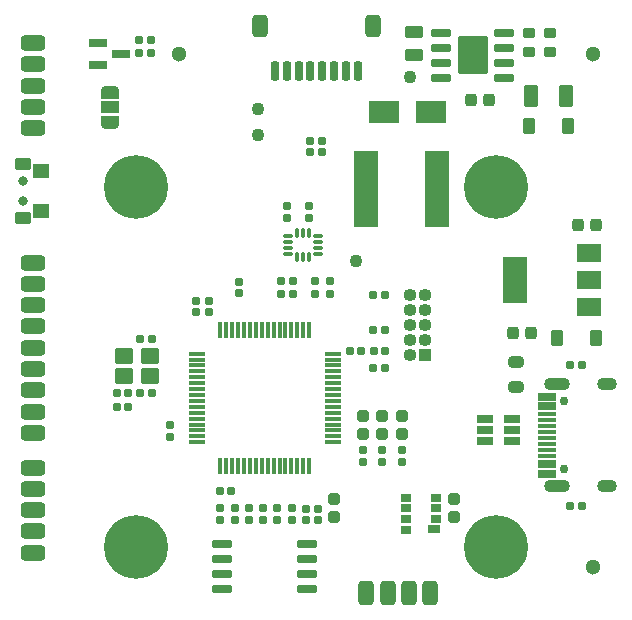
<source format=gbr>
%TF.GenerationSoftware,KiCad,Pcbnew,(6.0.10-0)*%
%TF.CreationDate,2023-01-05T11:48:26+01:00*%
%TF.ProjectId,JFP_board_v2,4a46505f-626f-4617-9264-5f76322e6b69,rev?*%
%TF.SameCoordinates,Original*%
%TF.FileFunction,Soldermask,Top*%
%TF.FilePolarity,Negative*%
%FSLAX46Y46*%
G04 Gerber Fmt 4.6, Leading zero omitted, Abs format (unit mm)*
G04 Created by KiCad (PCBNEW (6.0.10-0)) date 2023-01-05 11:48:26*
%MOMM*%
%LPD*%
G01*
G04 APERTURE LIST*
G04 Aperture macros list*
%AMRoundRect*
0 Rectangle with rounded corners*
0 $1 Rounding radius*
0 $2 $3 $4 $5 $6 $7 $8 $9 X,Y pos of 4 corners*
0 Add a 4 corners polygon primitive as box body*
4,1,4,$2,$3,$4,$5,$6,$7,$8,$9,$2,$3,0*
0 Add four circle primitives for the rounded corners*
1,1,$1+$1,$2,$3*
1,1,$1+$1,$4,$5*
1,1,$1+$1,$6,$7*
1,1,$1+$1,$8,$9*
0 Add four rect primitives between the rounded corners*
20,1,$1+$1,$2,$3,$4,$5,0*
20,1,$1+$1,$4,$5,$6,$7,0*
20,1,$1+$1,$6,$7,$8,$9,0*
20,1,$1+$1,$8,$9,$2,$3,0*%
%AMFreePoly0*
4,1,37,0.585355,0.785355,0.600000,0.750000,0.600000,-0.750000,0.585355,-0.785355,0.550000,-0.800000,0.000000,-0.800000,-0.012524,-0.794812,-0.080857,-0.793560,-0.094851,-0.791293,-0.230166,-0.749018,-0.242962,-0.742915,-0.360972,-0.664360,-0.371540,-0.654911,-0.462760,-0.546392,-0.470252,-0.534356,-0.527347,-0.404597,-0.531159,-0.390943,-0.548742,-0.256483,-0.547388,-0.256306,-0.550000,-0.250000,
-0.550000,0.250000,-0.549522,0.251153,-0.549368,0.263802,-0.527557,0.403879,-0.523412,0.417435,-0.463164,0.545760,-0.455381,0.557609,-0.361537,0.663867,-0.350741,0.673055,-0.230846,0.748703,-0.217905,0.754492,-0.081598,0.793449,-0.067552,0.795373,-0.011991,0.795033,0.000000,0.800000,0.550000,0.800000,0.585355,0.785355,0.585355,0.785355,$1*%
%AMFreePoly1*
4,1,37,0.012350,0.794884,0.074210,0.794507,0.088231,0.792412,0.224052,0.751793,0.236921,0.745846,0.355883,0.668739,0.366566,0.659420,0.459104,0.552023,0.466742,0.540080,0.525419,0.411028,0.529398,0.397421,0.549495,0.257088,0.550000,0.250000,0.550000,-0.250000,0.549996,-0.250610,0.549847,-0.262826,0.549158,-0.270511,0.525638,-0.410312,0.521328,-0.423818,0.459516,-0.551397,
0.451589,-0.563150,0.356454,-0.668254,0.345546,-0.677309,0.224736,-0.751486,0.211726,-0.757116,0.074953,-0.794405,0.060885,-0.796158,0.011462,-0.795252,0.000000,-0.800000,-0.550000,-0.800000,-0.585355,-0.785355,-0.600000,-0.750000,-0.600000,0.750000,-0.585355,0.785355,-0.550000,0.800000,0.000000,0.800000,0.012350,0.794884,0.012350,0.794884,$1*%
G04 Aperture macros list end*
%ADD10RoundRect,0.200000X0.150000X0.625000X-0.150000X0.625000X-0.150000X-0.625000X0.150000X-0.625000X0*%
%ADD11RoundRect,0.300000X0.350000X0.650000X-0.350000X0.650000X-0.350000X-0.650000X0.350000X-0.650000X0*%
%ADD12C,1.100000*%
%ADD13RoundRect,0.190000X0.170000X-0.140000X0.170000X0.140000X-0.170000X0.140000X-0.170000X-0.140000X0*%
%ADD14RoundRect,0.050000X0.450000X0.600000X-0.450000X0.600000X-0.450000X-0.600000X0.450000X-0.600000X0*%
%ADD15RoundRect,0.350000X0.700000X0.300000X-0.700000X0.300000X-0.700000X-0.300000X0.700000X-0.300000X0*%
%ADD16RoundRect,0.185000X0.135000X0.185000X-0.135000X0.185000X-0.135000X-0.185000X0.135000X-0.185000X0*%
%ADD17RoundRect,0.268750X0.256250X-0.218750X0.256250X0.218750X-0.256250X0.218750X-0.256250X-0.218750X0*%
%ADD18RoundRect,0.190000X-0.170000X0.140000X-0.170000X-0.140000X0.170000X-0.140000X0.170000X0.140000X0*%
%ADD19C,1.300000*%
%ADD20RoundRect,0.185000X0.185000X-0.135000X0.185000X0.135000X-0.185000X0.135000X-0.185000X-0.135000X0*%
%ADD21RoundRect,0.250000X-0.275000X0.200000X-0.275000X-0.200000X0.275000X-0.200000X0.275000X0.200000X0*%
%ADD22RoundRect,0.275000X-0.225000X-0.250000X0.225000X-0.250000X0.225000X0.250000X-0.225000X0.250000X0*%
%ADD23RoundRect,0.190000X-0.140000X-0.170000X0.140000X-0.170000X0.140000X0.170000X-0.140000X0.170000X0*%
%ADD24RoundRect,0.300000X-0.325000X-0.650000X0.325000X-0.650000X0.325000X0.650000X-0.325000X0.650000X0*%
%ADD25RoundRect,0.185000X-0.185000X0.135000X-0.185000X-0.135000X0.185000X-0.135000X0.185000X0.135000X0*%
%ADD26RoundRect,0.275000X-0.250000X0.225000X-0.250000X-0.225000X0.250000X-0.225000X0.250000X0.225000X0*%
%ADD27RoundRect,0.050000X0.500000X0.500000X-0.500000X0.500000X-0.500000X-0.500000X0.500000X-0.500000X0*%
%ADD28O,1.100000X1.100000*%
%ADD29C,5.400000*%
%ADD30RoundRect,0.300000X0.475000X-0.250000X0.475000X0.250000X-0.475000X0.250000X-0.475000X-0.250000X0*%
%ADD31RoundRect,0.350000X-0.300000X0.700000X-0.300000X-0.700000X0.300000X-0.700000X0.300000X0.700000X0*%
%ADD32FreePoly0,270.000000*%
%ADD33RoundRect,0.050000X-0.750000X0.500000X-0.750000X-0.500000X0.750000X-0.500000X0.750000X0.500000X0*%
%ADD34FreePoly1,270.000000*%
%ADD35RoundRect,0.190000X0.140000X0.170000X-0.140000X0.170000X-0.140000X-0.170000X0.140000X-0.170000X0*%
%ADD36RoundRect,0.200000X-0.650000X-0.150000X0.650000X-0.150000X0.650000X0.150000X-0.650000X0.150000X0*%
%ADD37RoundRect,0.350000X-0.700000X-0.300000X0.700000X-0.300000X0.700000X0.300000X-0.700000X0.300000X0*%
%ADD38RoundRect,0.050000X0.337500X0.125000X-0.337500X0.125000X-0.337500X-0.125000X0.337500X-0.125000X0*%
%ADD39RoundRect,0.050000X0.125000X0.337500X-0.125000X0.337500X-0.125000X-0.337500X0.125000X-0.337500X0*%
%ADD40RoundRect,0.050000X-0.500000X-0.250000X0.500000X-0.250000X0.500000X0.250000X-0.500000X0.250000X0*%
%ADD41RoundRect,0.050000X0.400000X0.250000X-0.400000X0.250000X-0.400000X-0.250000X0.400000X-0.250000X0*%
%ADD42C,0.750000*%
%ADD43RoundRect,0.050000X0.725000X-0.300000X0.725000X0.300000X-0.725000X0.300000X-0.725000X-0.300000X0*%
%ADD44RoundRect,0.050000X0.725000X-0.150000X0.725000X0.150000X-0.725000X0.150000X-0.725000X-0.150000X0*%
%ADD45O,1.700000X1.100000*%
%ADD46O,2.200000X1.100000*%
%ADD47RoundRect,0.050000X-0.700000X-0.600000X0.700000X-0.600000X0.700000X0.600000X-0.700000X0.600000X0*%
%ADD48RoundRect,0.200000X-0.587500X-0.150000X0.587500X-0.150000X0.587500X0.150000X-0.587500X0.150000X0*%
%ADD49RoundRect,0.050000X-0.600000X0.150000X-0.600000X-0.150000X0.600000X-0.150000X0.600000X0.150000X0*%
%ADD50RoundRect,0.050000X-0.150000X0.600000X-0.150000X-0.600000X0.150000X-0.600000X0.150000X0.600000X0*%
%ADD51RoundRect,0.050000X1.250000X0.900000X-1.250000X0.900000X-1.250000X-0.900000X1.250000X-0.900000X0*%
%ADD52RoundRect,0.200000X0.650000X0.150000X-0.650000X0.150000X-0.650000X-0.150000X0.650000X-0.150000X0*%
%ADD53RoundRect,0.050000X1.205000X1.550000X-1.205000X1.550000X-1.205000X-1.550000X1.205000X-1.550000X0*%
%ADD54RoundRect,0.050000X1.000000X0.750000X-1.000000X0.750000X-1.000000X-0.750000X1.000000X-0.750000X0*%
%ADD55RoundRect,0.050000X1.000000X1.900000X-1.000000X1.900000X-1.000000X-1.900000X1.000000X-1.900000X0*%
%ADD56RoundRect,0.200000X-0.512500X-0.150000X0.512500X-0.150000X0.512500X0.150000X-0.512500X0.150000X0*%
%ADD57RoundRect,0.050000X0.600000X-0.450000X0.600000X0.450000X-0.600000X0.450000X-0.600000X-0.450000X0*%
%ADD58C,0.800000*%
%ADD59RoundRect,0.050000X0.650000X-0.575000X0.650000X0.575000X-0.650000X0.575000X-0.650000X-0.575000X0*%
%ADD60RoundRect,0.050000X-1.000000X3.150000X-1.000000X-3.150000X1.000000X-3.150000X1.000000X3.150000X0*%
%ADD61RoundRect,0.268750X0.381250X-0.218750X0.381250X0.218750X-0.381250X0.218750X-0.381250X-0.218750X0*%
%ADD62RoundRect,0.250000X0.275000X-0.200000X0.275000X0.200000X-0.275000X0.200000X-0.275000X-0.200000X0*%
%ADD63RoundRect,0.185000X-0.135000X-0.185000X0.135000X-0.185000X0.135000X0.185000X-0.135000X0.185000X0*%
G04 APERTURE END LIST*
D10*
%TO.C,J6*%
X155250000Y-55750000D03*
X154250000Y-55750000D03*
X153250000Y-55750000D03*
X152250000Y-55750000D03*
X151250000Y-55750000D03*
X150250000Y-55750000D03*
X149250000Y-55750000D03*
X148250000Y-55750000D03*
D11*
X146950000Y-51875000D03*
X156550000Y-51875000D03*
%TD*%
D12*
%TO.C,TP2*%
X146800000Y-61100000D03*
%TD*%
D13*
%TO.C,C8*%
X141600000Y-76130000D03*
X141600000Y-75170000D03*
%TD*%
D14*
%TO.C,D3*%
X175450000Y-78300000D03*
X172150000Y-78300000D03*
%TD*%
D12*
%TO.C,TP3*%
X146800000Y-58900000D03*
%TD*%
D15*
%TO.C,J4*%
X127800000Y-89300000D03*
X127800000Y-91100000D03*
X127800000Y-92900000D03*
X127800000Y-94700000D03*
X127800000Y-96500000D03*
%TD*%
D16*
%TO.C,R11*%
X174260000Y-92525000D03*
X173240000Y-92525000D03*
%TD*%
D17*
%TO.C,D6*%
X155700000Y-86487500D03*
X155700000Y-84912500D03*
%TD*%
D18*
%TO.C,C14*%
X151910000Y-92770000D03*
X151910000Y-93730000D03*
%TD*%
D17*
%TO.C,D5*%
X159000000Y-86487500D03*
X159000000Y-84912500D03*
%TD*%
D13*
%TO.C,C17*%
X151100000Y-68130000D03*
X151100000Y-67170000D03*
%TD*%
D19*
%TO.C,H6*%
X175200000Y-97700000D03*
%TD*%
D13*
%TO.C,C7*%
X139350000Y-86680000D03*
X139350000Y-85720000D03*
%TD*%
D20*
%TO.C,R18*%
X146050000Y-93760000D03*
X146050000Y-92740000D03*
%TD*%
D21*
%TO.C,R2*%
X171525000Y-52475000D03*
X171525000Y-54125000D03*
%TD*%
D16*
%TO.C,R5*%
X157610000Y-74700000D03*
X156590000Y-74700000D03*
%TD*%
%TO.C,R21*%
X137760000Y-54200000D03*
X136740000Y-54200000D03*
%TD*%
D22*
%TO.C,C5*%
X168425000Y-77900000D03*
X169975000Y-77900000D03*
%TD*%
D23*
%TO.C,C15*%
X156620000Y-79450000D03*
X157580000Y-79450000D03*
%TD*%
D19*
%TO.C,H7*%
X175200000Y-54300000D03*
%TD*%
D24*
%TO.C,C3*%
X169925000Y-57800000D03*
X172875000Y-57800000D03*
%TD*%
D25*
%TO.C,R14*%
X152900000Y-73540000D03*
X152900000Y-74560000D03*
%TD*%
D20*
%TO.C,R25*%
X148450000Y-93760000D03*
X148450000Y-92740000D03*
%TD*%
D25*
%TO.C,R16*%
X148750000Y-73540000D03*
X148750000Y-74560000D03*
%TD*%
D16*
%TO.C,R3*%
X157610000Y-80850000D03*
X156590000Y-80850000D03*
%TD*%
D26*
%TO.C,C20*%
X163400000Y-91925000D03*
X163400000Y-93475000D03*
%TD*%
D25*
%TO.C,R8*%
X159000000Y-87790000D03*
X159000000Y-88810000D03*
%TD*%
D27*
%TO.C,J5*%
X161000000Y-79800000D03*
D28*
X159730000Y-79800000D03*
X161000000Y-78530000D03*
X159730000Y-78530000D03*
X161000000Y-77260000D03*
X159730000Y-77260000D03*
X161000000Y-75990000D03*
X159730000Y-75990000D03*
X161000000Y-74720000D03*
X159730000Y-74720000D03*
%TD*%
D29*
%TO.C,H1*%
X136500000Y-65500000D03*
%TD*%
D25*
%TO.C,R15*%
X149800000Y-73540000D03*
X149800000Y-74560000D03*
%TD*%
D30*
%TO.C,C1*%
X160000000Y-54350000D03*
X160000000Y-52450000D03*
%TD*%
D29*
%TO.C,H3*%
X136500000Y-96000000D03*
%TD*%
D13*
%TO.C,R10*%
X145200000Y-74530000D03*
X145200000Y-73570000D03*
%TD*%
D31*
%TO.C,J3*%
X156000000Y-99900000D03*
X157800000Y-99900000D03*
X159600000Y-99900000D03*
X161400000Y-99900000D03*
%TD*%
D29*
%TO.C,H4*%
X167000000Y-96000000D03*
%TD*%
D32*
%TO.C,JP1*%
X134300000Y-57500000D03*
D33*
X134300000Y-58800000D03*
D34*
X134300000Y-60100000D03*
%TD*%
D35*
%TO.C,C10*%
X144530000Y-91250000D03*
X143570000Y-91250000D03*
%TD*%
%TO.C,C13*%
X137830000Y-78400000D03*
X136870000Y-78400000D03*
%TD*%
D17*
%TO.C,D4*%
X157350000Y-86487500D03*
X157350000Y-84912500D03*
%TD*%
D36*
%TO.C,U5*%
X143750000Y-95745000D03*
X143750000Y-97015000D03*
X143750000Y-98285000D03*
X143750000Y-99555000D03*
X150950000Y-99555000D03*
X150950000Y-98285000D03*
X150950000Y-97015000D03*
X150950000Y-95745000D03*
%TD*%
D25*
%TO.C,R13*%
X151650000Y-73540000D03*
X151650000Y-74560000D03*
%TD*%
D20*
%TO.C,R26*%
X149700000Y-93760000D03*
X149700000Y-92740000D03*
%TD*%
D19*
%TO.C,H5*%
X140100000Y-54300000D03*
%TD*%
D37*
%TO.C,J2*%
X127800000Y-60550000D03*
X127800000Y-58750000D03*
X127800000Y-56950000D03*
X127800000Y-55150000D03*
X127800000Y-53350000D03*
%TD*%
D35*
%TO.C,C12*%
X135830000Y-82950000D03*
X134870000Y-82950000D03*
%TD*%
D38*
%TO.C,U4*%
X151862500Y-71220000D03*
X151862500Y-70720000D03*
X151862500Y-70220000D03*
X151862500Y-69720000D03*
D39*
X151100000Y-69457500D03*
X150600000Y-69457500D03*
X150100000Y-69457500D03*
D38*
X149337500Y-69720000D03*
X149337500Y-70220000D03*
X149337500Y-70720000D03*
X149337500Y-71220000D03*
D39*
X150100000Y-71482500D03*
X150600000Y-71482500D03*
X151100000Y-71482500D03*
%TD*%
D40*
%TO.C,U7*%
X161750000Y-94500000D03*
D41*
X161850000Y-93650000D03*
X161850000Y-92750000D03*
X161850000Y-91850000D03*
X159350000Y-91850000D03*
X159350000Y-92750000D03*
X159350000Y-93650000D03*
X159350000Y-94550000D03*
%TD*%
D16*
%TO.C,R4*%
X157610000Y-77650000D03*
X156590000Y-77650000D03*
%TD*%
D20*
%TO.C,R17*%
X147250000Y-93760000D03*
X147250000Y-92740000D03*
%TD*%
D14*
%TO.C,D2*%
X173050000Y-60400000D03*
X169750000Y-60400000D03*
%TD*%
D22*
%TO.C,C2*%
X164825000Y-58200000D03*
X166375000Y-58200000D03*
%TD*%
D26*
%TO.C,C6*%
X153250000Y-91925000D03*
X153250000Y-93475000D03*
%TD*%
D16*
%TO.C,R12*%
X174260000Y-80625000D03*
X173240000Y-80625000D03*
%TD*%
D42*
%TO.C,J7*%
X172700000Y-89440000D03*
X172700000Y-83660000D03*
D43*
X171255000Y-89800000D03*
X171255000Y-89000000D03*
D44*
X171255000Y-87800000D03*
X171255000Y-86800000D03*
X171255000Y-86300000D03*
X171255000Y-85300000D03*
D43*
X171255000Y-84100000D03*
X171255000Y-83300000D03*
X171255000Y-83300000D03*
X171255000Y-84100000D03*
D44*
X171255000Y-84800000D03*
X171255000Y-85800000D03*
X171255000Y-87300000D03*
X171255000Y-88300000D03*
D43*
X171255000Y-89000000D03*
X171255000Y-89800000D03*
D45*
X176350000Y-82230000D03*
X176350000Y-90870000D03*
D46*
X172170000Y-90870000D03*
X172170000Y-82230000D03*
%TD*%
D25*
%TO.C,R9*%
X155700000Y-87790000D03*
X155700000Y-88810000D03*
%TD*%
D16*
%TO.C,R6*%
X137860000Y-83000000D03*
X136840000Y-83000000D03*
%TD*%
D47*
%TO.C,Y1*%
X135450000Y-81550000D03*
X137650000Y-81550000D03*
X137650000Y-79850000D03*
X135450000Y-79850000D03*
%TD*%
D13*
%TO.C,R24*%
X151200000Y-62580000D03*
X151200000Y-61620000D03*
%TD*%
D48*
%TO.C,Q1*%
X133312500Y-53350000D03*
X133312500Y-55250000D03*
X135187500Y-54300000D03*
%TD*%
D49*
%TO.C,U3*%
X141640000Y-79650000D03*
X141640000Y-80150000D03*
X141640000Y-80650000D03*
X141640000Y-81150000D03*
X141640000Y-81650000D03*
X141640000Y-82150000D03*
X141640000Y-82650000D03*
X141640000Y-83150000D03*
X141640000Y-83650000D03*
X141640000Y-84150000D03*
X141640000Y-84650000D03*
X141640000Y-85150000D03*
X141640000Y-85650000D03*
X141640000Y-86150000D03*
X141640000Y-86650000D03*
X141640000Y-87150000D03*
D50*
X143640000Y-89150000D03*
X144140000Y-89150000D03*
X144640000Y-89150000D03*
X145140000Y-89150000D03*
X145640000Y-89150000D03*
X146140000Y-89150000D03*
X146640000Y-89150000D03*
X147140000Y-89150000D03*
X147640000Y-89150000D03*
X148140000Y-89150000D03*
X148640000Y-89150000D03*
X149140000Y-89150000D03*
X149640000Y-89150000D03*
X150140000Y-89150000D03*
X150640000Y-89150000D03*
X151140000Y-89150000D03*
D49*
X153140000Y-87150000D03*
X153140000Y-86650000D03*
X153140000Y-86150000D03*
X153140000Y-85650000D03*
X153140000Y-85150000D03*
X153140000Y-84650000D03*
X153140000Y-84150000D03*
X153140000Y-83650000D03*
X153140000Y-83150000D03*
X153140000Y-82650000D03*
X153140000Y-82150000D03*
X153140000Y-81650000D03*
X153140000Y-81150000D03*
X153140000Y-80650000D03*
X153140000Y-80150000D03*
X153140000Y-79650000D03*
D50*
X151140000Y-77650000D03*
X150640000Y-77650000D03*
X150140000Y-77650000D03*
X149640000Y-77650000D03*
X149140000Y-77650000D03*
X148640000Y-77650000D03*
X148140000Y-77650000D03*
X147640000Y-77650000D03*
X147140000Y-77650000D03*
X146640000Y-77650000D03*
X146140000Y-77650000D03*
X145640000Y-77650000D03*
X145140000Y-77650000D03*
X144640000Y-77650000D03*
X144140000Y-77650000D03*
X143640000Y-77650000D03*
%TD*%
D25*
%TO.C,R7*%
X157350000Y-87790000D03*
X157350000Y-88810000D03*
%TD*%
D51*
%TO.C,D1*%
X161500000Y-59200000D03*
X157500000Y-59200000D03*
%TD*%
D13*
%TO.C,C18*%
X149300000Y-68130000D03*
X149300000Y-67170000D03*
%TD*%
D18*
%TO.C,R23*%
X152200000Y-61620000D03*
X152200000Y-62580000D03*
%TD*%
D29*
%TO.C,H2*%
X167000000Y-65500000D03*
%TD*%
D35*
%TO.C,C16*%
X135830000Y-84200000D03*
X134870000Y-84200000D03*
%TD*%
D13*
%TO.C,C11*%
X142650000Y-76130000D03*
X142650000Y-75170000D03*
%TD*%
D20*
%TO.C,R19*%
X144850000Y-93760000D03*
X144850000Y-92740000D03*
%TD*%
D13*
%TO.C,C19*%
X150910000Y-93730000D03*
X150910000Y-92770000D03*
%TD*%
D20*
%TO.C,R20*%
X143600000Y-93760000D03*
X143600000Y-92740000D03*
%TD*%
D22*
%TO.C,C4*%
X173875000Y-68750000D03*
X175425000Y-68750000D03*
%TD*%
D12*
%TO.C,TP4*%
X159650000Y-56200000D03*
%TD*%
D52*
%TO.C,U1*%
X167650000Y-56305000D03*
X167650000Y-55035000D03*
X167650000Y-53765000D03*
X167650000Y-52495000D03*
X162350000Y-52495000D03*
X162350000Y-53765000D03*
X162350000Y-55035000D03*
X162350000Y-56305000D03*
D53*
X165000000Y-54400000D03*
%TD*%
D37*
%TO.C,J1*%
X127800000Y-86350000D03*
X127800000Y-84550000D03*
X127800000Y-82750000D03*
X127800000Y-80950000D03*
X127800000Y-79150000D03*
X127800000Y-77350000D03*
X127800000Y-75550000D03*
X127800000Y-73750000D03*
X127800000Y-71950000D03*
%TD*%
D23*
%TO.C,C9*%
X154570000Y-79450000D03*
X155530000Y-79450000D03*
%TD*%
D54*
%TO.C,U2*%
X174850000Y-75700000D03*
D55*
X168550000Y-73400000D03*
D54*
X174850000Y-73400000D03*
X174850000Y-71100000D03*
%TD*%
D56*
%TO.C,U6*%
X166012500Y-85150000D03*
X166012500Y-86100000D03*
X166012500Y-87050000D03*
X168287500Y-87050000D03*
X168287500Y-86100000D03*
X168287500Y-85150000D03*
%TD*%
D57*
%TO.C,SW1*%
X126900000Y-63600000D03*
D58*
X126900000Y-66750000D03*
D57*
X126900000Y-68200000D03*
D58*
X126900000Y-65050000D03*
D59*
X128450000Y-64225000D03*
X128450000Y-67575000D03*
%TD*%
D60*
%TO.C,L1*%
X155950000Y-65750000D03*
X161950000Y-65750000D03*
%TD*%
D61*
%TO.C,FB1*%
X168700000Y-82512500D03*
X168700000Y-80387500D03*
%TD*%
D62*
%TO.C,R1*%
X169725000Y-54125000D03*
X169725000Y-52475000D03*
%TD*%
D63*
%TO.C,R22*%
X136740000Y-53100000D03*
X137760000Y-53100000D03*
%TD*%
D12*
%TO.C,TP1*%
X155100000Y-71800000D03*
%TD*%
M02*

</source>
